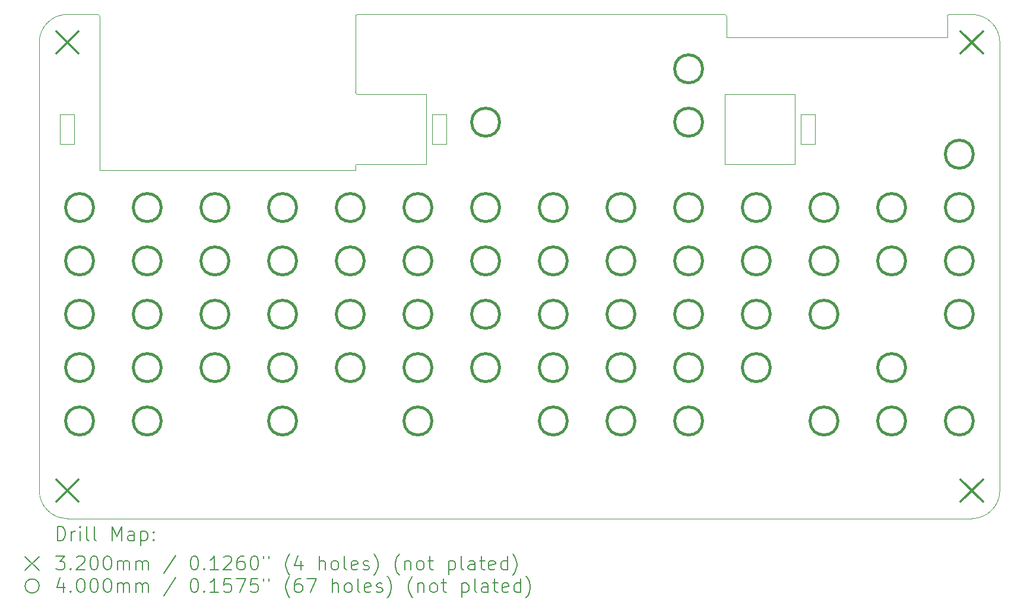
<source format=gbr>
%TF.GenerationSoftware,KiCad,Pcbnew,8.0.5*%
%TF.CreationDate,2025-01-19T00:54:15+09:00*%
%TF.ProjectId,NERD-HPC_CASE_F,4e455244-2d48-4504-935f-434153455f46,rev?*%
%TF.SameCoordinates,Original*%
%TF.FileFunction,Drillmap*%
%TF.FilePolarity,Positive*%
%FSLAX45Y45*%
G04 Gerber Fmt 4.5, Leading zero omitted, Abs format (unit mm)*
G04 Created by KiCad (PCBNEW 8.0.5) date 2025-01-19 00:54:15*
%MOMM*%
%LPD*%
G01*
G04 APERTURE LIST*
%ADD10C,0.050000*%
%ADD11C,0.200000*%
%ADD12C,0.320000*%
%ADD13C,0.400000*%
G04 APERTURE END LIST*
D10*
X16800000Y-6030000D02*
X16800000Y-6325000D01*
X11510000Y-8170000D02*
G75*
G02*
X11540000Y-8140000I30000J0D01*
G01*
X11510000Y-8170000D02*
X11510000Y-8220000D01*
X7296400Y-7430800D02*
X7496400Y-7430800D01*
X7496400Y-7850800D01*
X7296400Y-7850800D01*
X7296400Y-7430800D01*
X16800000Y-6325000D02*
X19950000Y-6325000D01*
X7000000Y-6400000D02*
X7000000Y-12800000D01*
X7400000Y-13200000D02*
X20300000Y-13200000D01*
X12605000Y-7430800D02*
X12805000Y-7430800D01*
X12805000Y-7850800D01*
X12605000Y-7850800D01*
X12605000Y-7430800D01*
X16780000Y-7140000D02*
X17777800Y-7140000D01*
X11510000Y-6030000D02*
G75*
G02*
X11540000Y-6000000I30000J0D01*
G01*
X20300000Y-6000000D02*
G75*
G02*
X20700000Y-6400000I0J-400000D01*
G01*
X19950000Y-6030000D02*
G75*
G02*
X19980000Y-6000000I30000J0D01*
G01*
X20700000Y-12800000D02*
X20700000Y-6400000D01*
X16770000Y-6000000D02*
G75*
G02*
X16800000Y-6030000I0J-30000D01*
G01*
X12520000Y-8140000D02*
X11540000Y-8140000D01*
X11540000Y-7140000D02*
X12520000Y-7140000D01*
X17777800Y-8140000D02*
X16780000Y-8140000D01*
X16770000Y-6000000D02*
X11540000Y-6000000D01*
X17862800Y-7430800D02*
X18062800Y-7430800D01*
X18062800Y-7850800D01*
X17862800Y-7850800D01*
X17862800Y-7430800D01*
X7400000Y-13200000D02*
G75*
G02*
X7000000Y-12800000I0J400000D01*
G01*
X7830000Y-6000000D02*
X7400000Y-6000000D01*
X11510000Y-6030000D02*
X11510000Y-7110000D01*
X20700000Y-12800000D02*
G75*
G02*
X20300000Y-13200000I-400000J0D01*
G01*
X16780000Y-7140000D02*
X16780000Y-8140000D01*
X7860000Y-8220000D02*
X7860000Y-6030000D01*
X19980000Y-6000000D02*
X20300000Y-6000000D01*
X11540000Y-7140000D02*
G75*
G02*
X11510000Y-7110000I0J30000D01*
G01*
X19950000Y-6325000D02*
X19950000Y-6030000D01*
X12520000Y-7140000D02*
X12520000Y-8140000D01*
X7000000Y-6400000D02*
G75*
G02*
X7400000Y-6000000I400000J0D01*
G01*
X11510000Y-8220000D02*
X7860000Y-8220000D01*
X17777800Y-7140000D02*
X17777800Y-8140000D01*
X7830000Y-6000000D02*
G75*
G02*
X7860000Y-6030000I0J-30000D01*
G01*
D11*
D12*
X7240000Y-6240000D02*
X7560000Y-6560000D01*
X7560000Y-6240000D02*
X7240000Y-6560000D01*
X7240000Y-12640000D02*
X7560000Y-12960000D01*
X7560000Y-12640000D02*
X7240000Y-12960000D01*
X20140000Y-6240000D02*
X20460000Y-6560000D01*
X20460000Y-6240000D02*
X20140000Y-6560000D01*
X20140000Y-12640000D02*
X20460000Y-12960000D01*
X20460000Y-12640000D02*
X20140000Y-12960000D01*
D13*
X7774200Y-8758400D02*
G75*
G02*
X7374200Y-8758400I-200000J0D01*
G01*
X7374200Y-8758400D02*
G75*
G02*
X7774200Y-8758400I200000J0D01*
G01*
X7774200Y-9520400D02*
G75*
G02*
X7374200Y-9520400I-200000J0D01*
G01*
X7374200Y-9520400D02*
G75*
G02*
X7774200Y-9520400I200000J0D01*
G01*
X7774200Y-10282400D02*
G75*
G02*
X7374200Y-10282400I-200000J0D01*
G01*
X7374200Y-10282400D02*
G75*
G02*
X7774200Y-10282400I200000J0D01*
G01*
X7774200Y-11044400D02*
G75*
G02*
X7374200Y-11044400I-200000J0D01*
G01*
X7374200Y-11044400D02*
G75*
G02*
X7774200Y-11044400I200000J0D01*
G01*
X7774200Y-11806400D02*
G75*
G02*
X7374200Y-11806400I-200000J0D01*
G01*
X7374200Y-11806400D02*
G75*
G02*
X7774200Y-11806400I200000J0D01*
G01*
X8739400Y-8758400D02*
G75*
G02*
X8339400Y-8758400I-200000J0D01*
G01*
X8339400Y-8758400D02*
G75*
G02*
X8739400Y-8758400I200000J0D01*
G01*
X8739400Y-9520400D02*
G75*
G02*
X8339400Y-9520400I-200000J0D01*
G01*
X8339400Y-9520400D02*
G75*
G02*
X8739400Y-9520400I200000J0D01*
G01*
X8739400Y-10282400D02*
G75*
G02*
X8339400Y-10282400I-200000J0D01*
G01*
X8339400Y-10282400D02*
G75*
G02*
X8739400Y-10282400I200000J0D01*
G01*
X8739400Y-11044400D02*
G75*
G02*
X8339400Y-11044400I-200000J0D01*
G01*
X8339400Y-11044400D02*
G75*
G02*
X8739400Y-11044400I200000J0D01*
G01*
X8739400Y-11806400D02*
G75*
G02*
X8339400Y-11806400I-200000J0D01*
G01*
X8339400Y-11806400D02*
G75*
G02*
X8739400Y-11806400I200000J0D01*
G01*
X9704600Y-8758400D02*
G75*
G02*
X9304600Y-8758400I-200000J0D01*
G01*
X9304600Y-8758400D02*
G75*
G02*
X9704600Y-8758400I200000J0D01*
G01*
X9704600Y-9520400D02*
G75*
G02*
X9304600Y-9520400I-200000J0D01*
G01*
X9304600Y-9520400D02*
G75*
G02*
X9704600Y-9520400I200000J0D01*
G01*
X9704600Y-10282400D02*
G75*
G02*
X9304600Y-10282400I-200000J0D01*
G01*
X9304600Y-10282400D02*
G75*
G02*
X9704600Y-10282400I200000J0D01*
G01*
X9704600Y-11044400D02*
G75*
G02*
X9304600Y-11044400I-200000J0D01*
G01*
X9304600Y-11044400D02*
G75*
G02*
X9704600Y-11044400I200000J0D01*
G01*
X10669800Y-8758400D02*
G75*
G02*
X10269800Y-8758400I-200000J0D01*
G01*
X10269800Y-8758400D02*
G75*
G02*
X10669800Y-8758400I200000J0D01*
G01*
X10669800Y-9520400D02*
G75*
G02*
X10269800Y-9520400I-200000J0D01*
G01*
X10269800Y-9520400D02*
G75*
G02*
X10669800Y-9520400I200000J0D01*
G01*
X10669800Y-10282400D02*
G75*
G02*
X10269800Y-10282400I-200000J0D01*
G01*
X10269800Y-10282400D02*
G75*
G02*
X10669800Y-10282400I200000J0D01*
G01*
X10669800Y-11044400D02*
G75*
G02*
X10269800Y-11044400I-200000J0D01*
G01*
X10269800Y-11044400D02*
G75*
G02*
X10669800Y-11044400I200000J0D01*
G01*
X10669800Y-11806400D02*
G75*
G02*
X10269800Y-11806400I-200000J0D01*
G01*
X10269800Y-11806400D02*
G75*
G02*
X10669800Y-11806400I200000J0D01*
G01*
X11635000Y-8758400D02*
G75*
G02*
X11235000Y-8758400I-200000J0D01*
G01*
X11235000Y-8758400D02*
G75*
G02*
X11635000Y-8758400I200000J0D01*
G01*
X11635000Y-9520400D02*
G75*
G02*
X11235000Y-9520400I-200000J0D01*
G01*
X11235000Y-9520400D02*
G75*
G02*
X11635000Y-9520400I200000J0D01*
G01*
X11635000Y-10282400D02*
G75*
G02*
X11235000Y-10282400I-200000J0D01*
G01*
X11235000Y-10282400D02*
G75*
G02*
X11635000Y-10282400I200000J0D01*
G01*
X11635000Y-11044400D02*
G75*
G02*
X11235000Y-11044400I-200000J0D01*
G01*
X11235000Y-11044400D02*
G75*
G02*
X11635000Y-11044400I200000J0D01*
G01*
X12600200Y-8758400D02*
G75*
G02*
X12200200Y-8758400I-200000J0D01*
G01*
X12200200Y-8758400D02*
G75*
G02*
X12600200Y-8758400I200000J0D01*
G01*
X12600200Y-9520400D02*
G75*
G02*
X12200200Y-9520400I-200000J0D01*
G01*
X12200200Y-9520400D02*
G75*
G02*
X12600200Y-9520400I200000J0D01*
G01*
X12600200Y-10282400D02*
G75*
G02*
X12200200Y-10282400I-200000J0D01*
G01*
X12200200Y-10282400D02*
G75*
G02*
X12600200Y-10282400I200000J0D01*
G01*
X12600200Y-11044400D02*
G75*
G02*
X12200200Y-11044400I-200000J0D01*
G01*
X12200200Y-11044400D02*
G75*
G02*
X12600200Y-11044400I200000J0D01*
G01*
X12600200Y-11806400D02*
G75*
G02*
X12200200Y-11806400I-200000J0D01*
G01*
X12200200Y-11806400D02*
G75*
G02*
X12600200Y-11806400I200000J0D01*
G01*
X13565400Y-7539200D02*
G75*
G02*
X13165400Y-7539200I-200000J0D01*
G01*
X13165400Y-7539200D02*
G75*
G02*
X13565400Y-7539200I200000J0D01*
G01*
X13565400Y-8758400D02*
G75*
G02*
X13165400Y-8758400I-200000J0D01*
G01*
X13165400Y-8758400D02*
G75*
G02*
X13565400Y-8758400I200000J0D01*
G01*
X13565400Y-9520400D02*
G75*
G02*
X13165400Y-9520400I-200000J0D01*
G01*
X13165400Y-9520400D02*
G75*
G02*
X13565400Y-9520400I200000J0D01*
G01*
X13565400Y-10282400D02*
G75*
G02*
X13165400Y-10282400I-200000J0D01*
G01*
X13165400Y-10282400D02*
G75*
G02*
X13565400Y-10282400I200000J0D01*
G01*
X13565400Y-11044400D02*
G75*
G02*
X13165400Y-11044400I-200000J0D01*
G01*
X13165400Y-11044400D02*
G75*
G02*
X13565400Y-11044400I200000J0D01*
G01*
X14530600Y-8758400D02*
G75*
G02*
X14130600Y-8758400I-200000J0D01*
G01*
X14130600Y-8758400D02*
G75*
G02*
X14530600Y-8758400I200000J0D01*
G01*
X14530600Y-9520400D02*
G75*
G02*
X14130600Y-9520400I-200000J0D01*
G01*
X14130600Y-9520400D02*
G75*
G02*
X14530600Y-9520400I200000J0D01*
G01*
X14530600Y-10282400D02*
G75*
G02*
X14130600Y-10282400I-200000J0D01*
G01*
X14130600Y-10282400D02*
G75*
G02*
X14530600Y-10282400I200000J0D01*
G01*
X14530600Y-11044400D02*
G75*
G02*
X14130600Y-11044400I-200000J0D01*
G01*
X14130600Y-11044400D02*
G75*
G02*
X14530600Y-11044400I200000J0D01*
G01*
X14530600Y-11806400D02*
G75*
G02*
X14130600Y-11806400I-200000J0D01*
G01*
X14130600Y-11806400D02*
G75*
G02*
X14530600Y-11806400I200000J0D01*
G01*
X15495800Y-8758400D02*
G75*
G02*
X15095800Y-8758400I-200000J0D01*
G01*
X15095800Y-8758400D02*
G75*
G02*
X15495800Y-8758400I200000J0D01*
G01*
X15495800Y-9520400D02*
G75*
G02*
X15095800Y-9520400I-200000J0D01*
G01*
X15095800Y-9520400D02*
G75*
G02*
X15495800Y-9520400I200000J0D01*
G01*
X15495800Y-10282400D02*
G75*
G02*
X15095800Y-10282400I-200000J0D01*
G01*
X15095800Y-10282400D02*
G75*
G02*
X15495800Y-10282400I200000J0D01*
G01*
X15495800Y-11044400D02*
G75*
G02*
X15095800Y-11044400I-200000J0D01*
G01*
X15095800Y-11044400D02*
G75*
G02*
X15495800Y-11044400I200000J0D01*
G01*
X15495800Y-11806400D02*
G75*
G02*
X15095800Y-11806400I-200000J0D01*
G01*
X15095800Y-11806400D02*
G75*
G02*
X15495800Y-11806400I200000J0D01*
G01*
X16461000Y-6777200D02*
G75*
G02*
X16061000Y-6777200I-200000J0D01*
G01*
X16061000Y-6777200D02*
G75*
G02*
X16461000Y-6777200I200000J0D01*
G01*
X16461000Y-7539200D02*
G75*
G02*
X16061000Y-7539200I-200000J0D01*
G01*
X16061000Y-7539200D02*
G75*
G02*
X16461000Y-7539200I200000J0D01*
G01*
X16461000Y-8758400D02*
G75*
G02*
X16061000Y-8758400I-200000J0D01*
G01*
X16061000Y-8758400D02*
G75*
G02*
X16461000Y-8758400I200000J0D01*
G01*
X16461000Y-9520400D02*
G75*
G02*
X16061000Y-9520400I-200000J0D01*
G01*
X16061000Y-9520400D02*
G75*
G02*
X16461000Y-9520400I200000J0D01*
G01*
X16461000Y-10282400D02*
G75*
G02*
X16061000Y-10282400I-200000J0D01*
G01*
X16061000Y-10282400D02*
G75*
G02*
X16461000Y-10282400I200000J0D01*
G01*
X16461000Y-11044400D02*
G75*
G02*
X16061000Y-11044400I-200000J0D01*
G01*
X16061000Y-11044400D02*
G75*
G02*
X16461000Y-11044400I200000J0D01*
G01*
X16461000Y-11806400D02*
G75*
G02*
X16061000Y-11806400I-200000J0D01*
G01*
X16061000Y-11806400D02*
G75*
G02*
X16461000Y-11806400I200000J0D01*
G01*
X17426200Y-8758400D02*
G75*
G02*
X17026200Y-8758400I-200000J0D01*
G01*
X17026200Y-8758400D02*
G75*
G02*
X17426200Y-8758400I200000J0D01*
G01*
X17426200Y-9520400D02*
G75*
G02*
X17026200Y-9520400I-200000J0D01*
G01*
X17026200Y-9520400D02*
G75*
G02*
X17426200Y-9520400I200000J0D01*
G01*
X17426200Y-10282400D02*
G75*
G02*
X17026200Y-10282400I-200000J0D01*
G01*
X17026200Y-10282400D02*
G75*
G02*
X17426200Y-10282400I200000J0D01*
G01*
X17426200Y-11044400D02*
G75*
G02*
X17026200Y-11044400I-200000J0D01*
G01*
X17026200Y-11044400D02*
G75*
G02*
X17426200Y-11044400I200000J0D01*
G01*
X18391400Y-8758400D02*
G75*
G02*
X17991400Y-8758400I-200000J0D01*
G01*
X17991400Y-8758400D02*
G75*
G02*
X18391400Y-8758400I200000J0D01*
G01*
X18391400Y-9520400D02*
G75*
G02*
X17991400Y-9520400I-200000J0D01*
G01*
X17991400Y-9520400D02*
G75*
G02*
X18391400Y-9520400I200000J0D01*
G01*
X18391400Y-10282400D02*
G75*
G02*
X17991400Y-10282400I-200000J0D01*
G01*
X17991400Y-10282400D02*
G75*
G02*
X18391400Y-10282400I200000J0D01*
G01*
X18391400Y-11806400D02*
G75*
G02*
X17991400Y-11806400I-200000J0D01*
G01*
X17991400Y-11806400D02*
G75*
G02*
X18391400Y-11806400I200000J0D01*
G01*
X19356600Y-8758400D02*
G75*
G02*
X18956600Y-8758400I-200000J0D01*
G01*
X18956600Y-8758400D02*
G75*
G02*
X19356600Y-8758400I200000J0D01*
G01*
X19356600Y-9520400D02*
G75*
G02*
X18956600Y-9520400I-200000J0D01*
G01*
X18956600Y-9520400D02*
G75*
G02*
X19356600Y-9520400I200000J0D01*
G01*
X19356600Y-11044400D02*
G75*
G02*
X18956600Y-11044400I-200000J0D01*
G01*
X18956600Y-11044400D02*
G75*
G02*
X19356600Y-11044400I200000J0D01*
G01*
X19356600Y-11806400D02*
G75*
G02*
X18956600Y-11806400I-200000J0D01*
G01*
X18956600Y-11806400D02*
G75*
G02*
X19356600Y-11806400I200000J0D01*
G01*
X20321800Y-7996400D02*
G75*
G02*
X19921800Y-7996400I-200000J0D01*
G01*
X19921800Y-7996400D02*
G75*
G02*
X20321800Y-7996400I200000J0D01*
G01*
X20321800Y-8758400D02*
G75*
G02*
X19921800Y-8758400I-200000J0D01*
G01*
X19921800Y-8758400D02*
G75*
G02*
X20321800Y-8758400I200000J0D01*
G01*
X20321800Y-9520400D02*
G75*
G02*
X19921800Y-9520400I-200000J0D01*
G01*
X19921800Y-9520400D02*
G75*
G02*
X20321800Y-9520400I200000J0D01*
G01*
X20321800Y-10282400D02*
G75*
G02*
X19921800Y-10282400I-200000J0D01*
G01*
X19921800Y-10282400D02*
G75*
G02*
X20321800Y-10282400I200000J0D01*
G01*
X20321800Y-11806400D02*
G75*
G02*
X19921800Y-11806400I-200000J0D01*
G01*
X19921800Y-11806400D02*
G75*
G02*
X20321800Y-11806400I200000J0D01*
G01*
D11*
X7258277Y-13513984D02*
X7258277Y-13313984D01*
X7258277Y-13313984D02*
X7305896Y-13313984D01*
X7305896Y-13313984D02*
X7334467Y-13323508D01*
X7334467Y-13323508D02*
X7353515Y-13342555D01*
X7353515Y-13342555D02*
X7363039Y-13361603D01*
X7363039Y-13361603D02*
X7372562Y-13399698D01*
X7372562Y-13399698D02*
X7372562Y-13428269D01*
X7372562Y-13428269D02*
X7363039Y-13466365D01*
X7363039Y-13466365D02*
X7353515Y-13485412D01*
X7353515Y-13485412D02*
X7334467Y-13504460D01*
X7334467Y-13504460D02*
X7305896Y-13513984D01*
X7305896Y-13513984D02*
X7258277Y-13513984D01*
X7458277Y-13513984D02*
X7458277Y-13380650D01*
X7458277Y-13418746D02*
X7467801Y-13399698D01*
X7467801Y-13399698D02*
X7477324Y-13390174D01*
X7477324Y-13390174D02*
X7496372Y-13380650D01*
X7496372Y-13380650D02*
X7515420Y-13380650D01*
X7582086Y-13513984D02*
X7582086Y-13380650D01*
X7582086Y-13313984D02*
X7572562Y-13323508D01*
X7572562Y-13323508D02*
X7582086Y-13333031D01*
X7582086Y-13333031D02*
X7591610Y-13323508D01*
X7591610Y-13323508D02*
X7582086Y-13313984D01*
X7582086Y-13313984D02*
X7582086Y-13333031D01*
X7705896Y-13513984D02*
X7686848Y-13504460D01*
X7686848Y-13504460D02*
X7677324Y-13485412D01*
X7677324Y-13485412D02*
X7677324Y-13313984D01*
X7810658Y-13513984D02*
X7791610Y-13504460D01*
X7791610Y-13504460D02*
X7782086Y-13485412D01*
X7782086Y-13485412D02*
X7782086Y-13313984D01*
X8039229Y-13513984D02*
X8039229Y-13313984D01*
X8039229Y-13313984D02*
X8105896Y-13456841D01*
X8105896Y-13456841D02*
X8172562Y-13313984D01*
X8172562Y-13313984D02*
X8172562Y-13513984D01*
X8353515Y-13513984D02*
X8353515Y-13409222D01*
X8353515Y-13409222D02*
X8343991Y-13390174D01*
X8343991Y-13390174D02*
X8324943Y-13380650D01*
X8324943Y-13380650D02*
X8286848Y-13380650D01*
X8286848Y-13380650D02*
X8267801Y-13390174D01*
X8353515Y-13504460D02*
X8334467Y-13513984D01*
X8334467Y-13513984D02*
X8286848Y-13513984D01*
X8286848Y-13513984D02*
X8267801Y-13504460D01*
X8267801Y-13504460D02*
X8258277Y-13485412D01*
X8258277Y-13485412D02*
X8258277Y-13466365D01*
X8258277Y-13466365D02*
X8267801Y-13447317D01*
X8267801Y-13447317D02*
X8286848Y-13437793D01*
X8286848Y-13437793D02*
X8334467Y-13437793D01*
X8334467Y-13437793D02*
X8353515Y-13428269D01*
X8448753Y-13380650D02*
X8448753Y-13580650D01*
X8448753Y-13390174D02*
X8467801Y-13380650D01*
X8467801Y-13380650D02*
X8505896Y-13380650D01*
X8505896Y-13380650D02*
X8524944Y-13390174D01*
X8524944Y-13390174D02*
X8534467Y-13399698D01*
X8534467Y-13399698D02*
X8543991Y-13418746D01*
X8543991Y-13418746D02*
X8543991Y-13475888D01*
X8543991Y-13475888D02*
X8534467Y-13494936D01*
X8534467Y-13494936D02*
X8524944Y-13504460D01*
X8524944Y-13504460D02*
X8505896Y-13513984D01*
X8505896Y-13513984D02*
X8467801Y-13513984D01*
X8467801Y-13513984D02*
X8448753Y-13504460D01*
X8629705Y-13494936D02*
X8639229Y-13504460D01*
X8639229Y-13504460D02*
X8629705Y-13513984D01*
X8629705Y-13513984D02*
X8620182Y-13504460D01*
X8620182Y-13504460D02*
X8629705Y-13494936D01*
X8629705Y-13494936D02*
X8629705Y-13513984D01*
X8629705Y-13390174D02*
X8639229Y-13399698D01*
X8639229Y-13399698D02*
X8629705Y-13409222D01*
X8629705Y-13409222D02*
X8620182Y-13399698D01*
X8620182Y-13399698D02*
X8629705Y-13390174D01*
X8629705Y-13390174D02*
X8629705Y-13409222D01*
X6797500Y-13742500D02*
X6997500Y-13942500D01*
X6997500Y-13742500D02*
X6797500Y-13942500D01*
X7239229Y-13733984D02*
X7363039Y-13733984D01*
X7363039Y-13733984D02*
X7296372Y-13810174D01*
X7296372Y-13810174D02*
X7324943Y-13810174D01*
X7324943Y-13810174D02*
X7343991Y-13819698D01*
X7343991Y-13819698D02*
X7353515Y-13829222D01*
X7353515Y-13829222D02*
X7363039Y-13848269D01*
X7363039Y-13848269D02*
X7363039Y-13895888D01*
X7363039Y-13895888D02*
X7353515Y-13914936D01*
X7353515Y-13914936D02*
X7343991Y-13924460D01*
X7343991Y-13924460D02*
X7324943Y-13933984D01*
X7324943Y-13933984D02*
X7267801Y-13933984D01*
X7267801Y-13933984D02*
X7248753Y-13924460D01*
X7248753Y-13924460D02*
X7239229Y-13914936D01*
X7448753Y-13914936D02*
X7458277Y-13924460D01*
X7458277Y-13924460D02*
X7448753Y-13933984D01*
X7448753Y-13933984D02*
X7439229Y-13924460D01*
X7439229Y-13924460D02*
X7448753Y-13914936D01*
X7448753Y-13914936D02*
X7448753Y-13933984D01*
X7534467Y-13753031D02*
X7543991Y-13743508D01*
X7543991Y-13743508D02*
X7563039Y-13733984D01*
X7563039Y-13733984D02*
X7610658Y-13733984D01*
X7610658Y-13733984D02*
X7629705Y-13743508D01*
X7629705Y-13743508D02*
X7639229Y-13753031D01*
X7639229Y-13753031D02*
X7648753Y-13772079D01*
X7648753Y-13772079D02*
X7648753Y-13791127D01*
X7648753Y-13791127D02*
X7639229Y-13819698D01*
X7639229Y-13819698D02*
X7524943Y-13933984D01*
X7524943Y-13933984D02*
X7648753Y-13933984D01*
X7772562Y-13733984D02*
X7791610Y-13733984D01*
X7791610Y-13733984D02*
X7810658Y-13743508D01*
X7810658Y-13743508D02*
X7820182Y-13753031D01*
X7820182Y-13753031D02*
X7829705Y-13772079D01*
X7829705Y-13772079D02*
X7839229Y-13810174D01*
X7839229Y-13810174D02*
X7839229Y-13857793D01*
X7839229Y-13857793D02*
X7829705Y-13895888D01*
X7829705Y-13895888D02*
X7820182Y-13914936D01*
X7820182Y-13914936D02*
X7810658Y-13924460D01*
X7810658Y-13924460D02*
X7791610Y-13933984D01*
X7791610Y-13933984D02*
X7772562Y-13933984D01*
X7772562Y-13933984D02*
X7753515Y-13924460D01*
X7753515Y-13924460D02*
X7743991Y-13914936D01*
X7743991Y-13914936D02*
X7734467Y-13895888D01*
X7734467Y-13895888D02*
X7724943Y-13857793D01*
X7724943Y-13857793D02*
X7724943Y-13810174D01*
X7724943Y-13810174D02*
X7734467Y-13772079D01*
X7734467Y-13772079D02*
X7743991Y-13753031D01*
X7743991Y-13753031D02*
X7753515Y-13743508D01*
X7753515Y-13743508D02*
X7772562Y-13733984D01*
X7963039Y-13733984D02*
X7982086Y-13733984D01*
X7982086Y-13733984D02*
X8001134Y-13743508D01*
X8001134Y-13743508D02*
X8010658Y-13753031D01*
X8010658Y-13753031D02*
X8020182Y-13772079D01*
X8020182Y-13772079D02*
X8029705Y-13810174D01*
X8029705Y-13810174D02*
X8029705Y-13857793D01*
X8029705Y-13857793D02*
X8020182Y-13895888D01*
X8020182Y-13895888D02*
X8010658Y-13914936D01*
X8010658Y-13914936D02*
X8001134Y-13924460D01*
X8001134Y-13924460D02*
X7982086Y-13933984D01*
X7982086Y-13933984D02*
X7963039Y-13933984D01*
X7963039Y-13933984D02*
X7943991Y-13924460D01*
X7943991Y-13924460D02*
X7934467Y-13914936D01*
X7934467Y-13914936D02*
X7924943Y-13895888D01*
X7924943Y-13895888D02*
X7915420Y-13857793D01*
X7915420Y-13857793D02*
X7915420Y-13810174D01*
X7915420Y-13810174D02*
X7924943Y-13772079D01*
X7924943Y-13772079D02*
X7934467Y-13753031D01*
X7934467Y-13753031D02*
X7943991Y-13743508D01*
X7943991Y-13743508D02*
X7963039Y-13733984D01*
X8115420Y-13933984D02*
X8115420Y-13800650D01*
X8115420Y-13819698D02*
X8124943Y-13810174D01*
X8124943Y-13810174D02*
X8143991Y-13800650D01*
X8143991Y-13800650D02*
X8172563Y-13800650D01*
X8172563Y-13800650D02*
X8191610Y-13810174D01*
X8191610Y-13810174D02*
X8201134Y-13829222D01*
X8201134Y-13829222D02*
X8201134Y-13933984D01*
X8201134Y-13829222D02*
X8210658Y-13810174D01*
X8210658Y-13810174D02*
X8229705Y-13800650D01*
X8229705Y-13800650D02*
X8258277Y-13800650D01*
X8258277Y-13800650D02*
X8277324Y-13810174D01*
X8277324Y-13810174D02*
X8286848Y-13829222D01*
X8286848Y-13829222D02*
X8286848Y-13933984D01*
X8382086Y-13933984D02*
X8382086Y-13800650D01*
X8382086Y-13819698D02*
X8391610Y-13810174D01*
X8391610Y-13810174D02*
X8410658Y-13800650D01*
X8410658Y-13800650D02*
X8439229Y-13800650D01*
X8439229Y-13800650D02*
X8458277Y-13810174D01*
X8458277Y-13810174D02*
X8467801Y-13829222D01*
X8467801Y-13829222D02*
X8467801Y-13933984D01*
X8467801Y-13829222D02*
X8477325Y-13810174D01*
X8477325Y-13810174D02*
X8496372Y-13800650D01*
X8496372Y-13800650D02*
X8524944Y-13800650D01*
X8524944Y-13800650D02*
X8543991Y-13810174D01*
X8543991Y-13810174D02*
X8553515Y-13829222D01*
X8553515Y-13829222D02*
X8553515Y-13933984D01*
X8943991Y-13724460D02*
X8772563Y-13981603D01*
X9201134Y-13733984D02*
X9220182Y-13733984D01*
X9220182Y-13733984D02*
X9239229Y-13743508D01*
X9239229Y-13743508D02*
X9248753Y-13753031D01*
X9248753Y-13753031D02*
X9258277Y-13772079D01*
X9258277Y-13772079D02*
X9267801Y-13810174D01*
X9267801Y-13810174D02*
X9267801Y-13857793D01*
X9267801Y-13857793D02*
X9258277Y-13895888D01*
X9258277Y-13895888D02*
X9248753Y-13914936D01*
X9248753Y-13914936D02*
X9239229Y-13924460D01*
X9239229Y-13924460D02*
X9220182Y-13933984D01*
X9220182Y-13933984D02*
X9201134Y-13933984D01*
X9201134Y-13933984D02*
X9182087Y-13924460D01*
X9182087Y-13924460D02*
X9172563Y-13914936D01*
X9172563Y-13914936D02*
X9163039Y-13895888D01*
X9163039Y-13895888D02*
X9153515Y-13857793D01*
X9153515Y-13857793D02*
X9153515Y-13810174D01*
X9153515Y-13810174D02*
X9163039Y-13772079D01*
X9163039Y-13772079D02*
X9172563Y-13753031D01*
X9172563Y-13753031D02*
X9182087Y-13743508D01*
X9182087Y-13743508D02*
X9201134Y-13733984D01*
X9353515Y-13914936D02*
X9363039Y-13924460D01*
X9363039Y-13924460D02*
X9353515Y-13933984D01*
X9353515Y-13933984D02*
X9343991Y-13924460D01*
X9343991Y-13924460D02*
X9353515Y-13914936D01*
X9353515Y-13914936D02*
X9353515Y-13933984D01*
X9553515Y-13933984D02*
X9439229Y-13933984D01*
X9496372Y-13933984D02*
X9496372Y-13733984D01*
X9496372Y-13733984D02*
X9477325Y-13762555D01*
X9477325Y-13762555D02*
X9458277Y-13781603D01*
X9458277Y-13781603D02*
X9439229Y-13791127D01*
X9629706Y-13753031D02*
X9639229Y-13743508D01*
X9639229Y-13743508D02*
X9658277Y-13733984D01*
X9658277Y-13733984D02*
X9705896Y-13733984D01*
X9705896Y-13733984D02*
X9724944Y-13743508D01*
X9724944Y-13743508D02*
X9734468Y-13753031D01*
X9734468Y-13753031D02*
X9743991Y-13772079D01*
X9743991Y-13772079D02*
X9743991Y-13791127D01*
X9743991Y-13791127D02*
X9734468Y-13819698D01*
X9734468Y-13819698D02*
X9620182Y-13933984D01*
X9620182Y-13933984D02*
X9743991Y-13933984D01*
X9915420Y-13733984D02*
X9877325Y-13733984D01*
X9877325Y-13733984D02*
X9858277Y-13743508D01*
X9858277Y-13743508D02*
X9848753Y-13753031D01*
X9848753Y-13753031D02*
X9829706Y-13781603D01*
X9829706Y-13781603D02*
X9820182Y-13819698D01*
X9820182Y-13819698D02*
X9820182Y-13895888D01*
X9820182Y-13895888D02*
X9829706Y-13914936D01*
X9829706Y-13914936D02*
X9839229Y-13924460D01*
X9839229Y-13924460D02*
X9858277Y-13933984D01*
X9858277Y-13933984D02*
X9896372Y-13933984D01*
X9896372Y-13933984D02*
X9915420Y-13924460D01*
X9915420Y-13924460D02*
X9924944Y-13914936D01*
X9924944Y-13914936D02*
X9934468Y-13895888D01*
X9934468Y-13895888D02*
X9934468Y-13848269D01*
X9934468Y-13848269D02*
X9924944Y-13829222D01*
X9924944Y-13829222D02*
X9915420Y-13819698D01*
X9915420Y-13819698D02*
X9896372Y-13810174D01*
X9896372Y-13810174D02*
X9858277Y-13810174D01*
X9858277Y-13810174D02*
X9839229Y-13819698D01*
X9839229Y-13819698D02*
X9829706Y-13829222D01*
X9829706Y-13829222D02*
X9820182Y-13848269D01*
X10058277Y-13733984D02*
X10077325Y-13733984D01*
X10077325Y-13733984D02*
X10096372Y-13743508D01*
X10096372Y-13743508D02*
X10105896Y-13753031D01*
X10105896Y-13753031D02*
X10115420Y-13772079D01*
X10115420Y-13772079D02*
X10124944Y-13810174D01*
X10124944Y-13810174D02*
X10124944Y-13857793D01*
X10124944Y-13857793D02*
X10115420Y-13895888D01*
X10115420Y-13895888D02*
X10105896Y-13914936D01*
X10105896Y-13914936D02*
X10096372Y-13924460D01*
X10096372Y-13924460D02*
X10077325Y-13933984D01*
X10077325Y-13933984D02*
X10058277Y-13933984D01*
X10058277Y-13933984D02*
X10039229Y-13924460D01*
X10039229Y-13924460D02*
X10029706Y-13914936D01*
X10029706Y-13914936D02*
X10020182Y-13895888D01*
X10020182Y-13895888D02*
X10010658Y-13857793D01*
X10010658Y-13857793D02*
X10010658Y-13810174D01*
X10010658Y-13810174D02*
X10020182Y-13772079D01*
X10020182Y-13772079D02*
X10029706Y-13753031D01*
X10029706Y-13753031D02*
X10039229Y-13743508D01*
X10039229Y-13743508D02*
X10058277Y-13733984D01*
X10201134Y-13733984D02*
X10201134Y-13772079D01*
X10277325Y-13733984D02*
X10277325Y-13772079D01*
X10572563Y-14010174D02*
X10563039Y-14000650D01*
X10563039Y-14000650D02*
X10543991Y-13972079D01*
X10543991Y-13972079D02*
X10534468Y-13953031D01*
X10534468Y-13953031D02*
X10524944Y-13924460D01*
X10524944Y-13924460D02*
X10515420Y-13876841D01*
X10515420Y-13876841D02*
X10515420Y-13838746D01*
X10515420Y-13838746D02*
X10524944Y-13791127D01*
X10524944Y-13791127D02*
X10534468Y-13762555D01*
X10534468Y-13762555D02*
X10543991Y-13743508D01*
X10543991Y-13743508D02*
X10563039Y-13714936D01*
X10563039Y-13714936D02*
X10572563Y-13705412D01*
X10734468Y-13800650D02*
X10734468Y-13933984D01*
X10686849Y-13724460D02*
X10639230Y-13867317D01*
X10639230Y-13867317D02*
X10763039Y-13867317D01*
X10991611Y-13933984D02*
X10991611Y-13733984D01*
X11077325Y-13933984D02*
X11077325Y-13829222D01*
X11077325Y-13829222D02*
X11067801Y-13810174D01*
X11067801Y-13810174D02*
X11048753Y-13800650D01*
X11048753Y-13800650D02*
X11020182Y-13800650D01*
X11020182Y-13800650D02*
X11001134Y-13810174D01*
X11001134Y-13810174D02*
X10991611Y-13819698D01*
X11201134Y-13933984D02*
X11182087Y-13924460D01*
X11182087Y-13924460D02*
X11172563Y-13914936D01*
X11172563Y-13914936D02*
X11163039Y-13895888D01*
X11163039Y-13895888D02*
X11163039Y-13838746D01*
X11163039Y-13838746D02*
X11172563Y-13819698D01*
X11172563Y-13819698D02*
X11182087Y-13810174D01*
X11182087Y-13810174D02*
X11201134Y-13800650D01*
X11201134Y-13800650D02*
X11229706Y-13800650D01*
X11229706Y-13800650D02*
X11248753Y-13810174D01*
X11248753Y-13810174D02*
X11258277Y-13819698D01*
X11258277Y-13819698D02*
X11267801Y-13838746D01*
X11267801Y-13838746D02*
X11267801Y-13895888D01*
X11267801Y-13895888D02*
X11258277Y-13914936D01*
X11258277Y-13914936D02*
X11248753Y-13924460D01*
X11248753Y-13924460D02*
X11229706Y-13933984D01*
X11229706Y-13933984D02*
X11201134Y-13933984D01*
X11382087Y-13933984D02*
X11363039Y-13924460D01*
X11363039Y-13924460D02*
X11353515Y-13905412D01*
X11353515Y-13905412D02*
X11353515Y-13733984D01*
X11534468Y-13924460D02*
X11515420Y-13933984D01*
X11515420Y-13933984D02*
X11477325Y-13933984D01*
X11477325Y-13933984D02*
X11458277Y-13924460D01*
X11458277Y-13924460D02*
X11448753Y-13905412D01*
X11448753Y-13905412D02*
X11448753Y-13829222D01*
X11448753Y-13829222D02*
X11458277Y-13810174D01*
X11458277Y-13810174D02*
X11477325Y-13800650D01*
X11477325Y-13800650D02*
X11515420Y-13800650D01*
X11515420Y-13800650D02*
X11534468Y-13810174D01*
X11534468Y-13810174D02*
X11543991Y-13829222D01*
X11543991Y-13829222D02*
X11543991Y-13848269D01*
X11543991Y-13848269D02*
X11448753Y-13867317D01*
X11620182Y-13924460D02*
X11639230Y-13933984D01*
X11639230Y-13933984D02*
X11677325Y-13933984D01*
X11677325Y-13933984D02*
X11696372Y-13924460D01*
X11696372Y-13924460D02*
X11705896Y-13905412D01*
X11705896Y-13905412D02*
X11705896Y-13895888D01*
X11705896Y-13895888D02*
X11696372Y-13876841D01*
X11696372Y-13876841D02*
X11677325Y-13867317D01*
X11677325Y-13867317D02*
X11648753Y-13867317D01*
X11648753Y-13867317D02*
X11629706Y-13857793D01*
X11629706Y-13857793D02*
X11620182Y-13838746D01*
X11620182Y-13838746D02*
X11620182Y-13829222D01*
X11620182Y-13829222D02*
X11629706Y-13810174D01*
X11629706Y-13810174D02*
X11648753Y-13800650D01*
X11648753Y-13800650D02*
X11677325Y-13800650D01*
X11677325Y-13800650D02*
X11696372Y-13810174D01*
X11772563Y-14010174D02*
X11782087Y-14000650D01*
X11782087Y-14000650D02*
X11801134Y-13972079D01*
X11801134Y-13972079D02*
X11810658Y-13953031D01*
X11810658Y-13953031D02*
X11820182Y-13924460D01*
X11820182Y-13924460D02*
X11829706Y-13876841D01*
X11829706Y-13876841D02*
X11829706Y-13838746D01*
X11829706Y-13838746D02*
X11820182Y-13791127D01*
X11820182Y-13791127D02*
X11810658Y-13762555D01*
X11810658Y-13762555D02*
X11801134Y-13743508D01*
X11801134Y-13743508D02*
X11782087Y-13714936D01*
X11782087Y-13714936D02*
X11772563Y-13705412D01*
X12134468Y-14010174D02*
X12124944Y-14000650D01*
X12124944Y-14000650D02*
X12105896Y-13972079D01*
X12105896Y-13972079D02*
X12096372Y-13953031D01*
X12096372Y-13953031D02*
X12086849Y-13924460D01*
X12086849Y-13924460D02*
X12077325Y-13876841D01*
X12077325Y-13876841D02*
X12077325Y-13838746D01*
X12077325Y-13838746D02*
X12086849Y-13791127D01*
X12086849Y-13791127D02*
X12096372Y-13762555D01*
X12096372Y-13762555D02*
X12105896Y-13743508D01*
X12105896Y-13743508D02*
X12124944Y-13714936D01*
X12124944Y-13714936D02*
X12134468Y-13705412D01*
X12210658Y-13800650D02*
X12210658Y-13933984D01*
X12210658Y-13819698D02*
X12220182Y-13810174D01*
X12220182Y-13810174D02*
X12239230Y-13800650D01*
X12239230Y-13800650D02*
X12267801Y-13800650D01*
X12267801Y-13800650D02*
X12286849Y-13810174D01*
X12286849Y-13810174D02*
X12296372Y-13829222D01*
X12296372Y-13829222D02*
X12296372Y-13933984D01*
X12420182Y-13933984D02*
X12401134Y-13924460D01*
X12401134Y-13924460D02*
X12391611Y-13914936D01*
X12391611Y-13914936D02*
X12382087Y-13895888D01*
X12382087Y-13895888D02*
X12382087Y-13838746D01*
X12382087Y-13838746D02*
X12391611Y-13819698D01*
X12391611Y-13819698D02*
X12401134Y-13810174D01*
X12401134Y-13810174D02*
X12420182Y-13800650D01*
X12420182Y-13800650D02*
X12448753Y-13800650D01*
X12448753Y-13800650D02*
X12467801Y-13810174D01*
X12467801Y-13810174D02*
X12477325Y-13819698D01*
X12477325Y-13819698D02*
X12486849Y-13838746D01*
X12486849Y-13838746D02*
X12486849Y-13895888D01*
X12486849Y-13895888D02*
X12477325Y-13914936D01*
X12477325Y-13914936D02*
X12467801Y-13924460D01*
X12467801Y-13924460D02*
X12448753Y-13933984D01*
X12448753Y-13933984D02*
X12420182Y-13933984D01*
X12543992Y-13800650D02*
X12620182Y-13800650D01*
X12572563Y-13733984D02*
X12572563Y-13905412D01*
X12572563Y-13905412D02*
X12582087Y-13924460D01*
X12582087Y-13924460D02*
X12601134Y-13933984D01*
X12601134Y-13933984D02*
X12620182Y-13933984D01*
X12839230Y-13800650D02*
X12839230Y-14000650D01*
X12839230Y-13810174D02*
X12858277Y-13800650D01*
X12858277Y-13800650D02*
X12896373Y-13800650D01*
X12896373Y-13800650D02*
X12915420Y-13810174D01*
X12915420Y-13810174D02*
X12924944Y-13819698D01*
X12924944Y-13819698D02*
X12934468Y-13838746D01*
X12934468Y-13838746D02*
X12934468Y-13895888D01*
X12934468Y-13895888D02*
X12924944Y-13914936D01*
X12924944Y-13914936D02*
X12915420Y-13924460D01*
X12915420Y-13924460D02*
X12896373Y-13933984D01*
X12896373Y-13933984D02*
X12858277Y-13933984D01*
X12858277Y-13933984D02*
X12839230Y-13924460D01*
X13048753Y-13933984D02*
X13029706Y-13924460D01*
X13029706Y-13924460D02*
X13020182Y-13905412D01*
X13020182Y-13905412D02*
X13020182Y-13733984D01*
X13210658Y-13933984D02*
X13210658Y-13829222D01*
X13210658Y-13829222D02*
X13201134Y-13810174D01*
X13201134Y-13810174D02*
X13182087Y-13800650D01*
X13182087Y-13800650D02*
X13143992Y-13800650D01*
X13143992Y-13800650D02*
X13124944Y-13810174D01*
X13210658Y-13924460D02*
X13191611Y-13933984D01*
X13191611Y-13933984D02*
X13143992Y-13933984D01*
X13143992Y-13933984D02*
X13124944Y-13924460D01*
X13124944Y-13924460D02*
X13115420Y-13905412D01*
X13115420Y-13905412D02*
X13115420Y-13886365D01*
X13115420Y-13886365D02*
X13124944Y-13867317D01*
X13124944Y-13867317D02*
X13143992Y-13857793D01*
X13143992Y-13857793D02*
X13191611Y-13857793D01*
X13191611Y-13857793D02*
X13210658Y-13848269D01*
X13277325Y-13800650D02*
X13353515Y-13800650D01*
X13305896Y-13733984D02*
X13305896Y-13905412D01*
X13305896Y-13905412D02*
X13315420Y-13924460D01*
X13315420Y-13924460D02*
X13334468Y-13933984D01*
X13334468Y-13933984D02*
X13353515Y-13933984D01*
X13496373Y-13924460D02*
X13477325Y-13933984D01*
X13477325Y-13933984D02*
X13439230Y-13933984D01*
X13439230Y-13933984D02*
X13420182Y-13924460D01*
X13420182Y-13924460D02*
X13410658Y-13905412D01*
X13410658Y-13905412D02*
X13410658Y-13829222D01*
X13410658Y-13829222D02*
X13420182Y-13810174D01*
X13420182Y-13810174D02*
X13439230Y-13800650D01*
X13439230Y-13800650D02*
X13477325Y-13800650D01*
X13477325Y-13800650D02*
X13496373Y-13810174D01*
X13496373Y-13810174D02*
X13505896Y-13829222D01*
X13505896Y-13829222D02*
X13505896Y-13848269D01*
X13505896Y-13848269D02*
X13410658Y-13867317D01*
X13677325Y-13933984D02*
X13677325Y-13733984D01*
X13677325Y-13924460D02*
X13658277Y-13933984D01*
X13658277Y-13933984D02*
X13620182Y-13933984D01*
X13620182Y-13933984D02*
X13601134Y-13924460D01*
X13601134Y-13924460D02*
X13591611Y-13914936D01*
X13591611Y-13914936D02*
X13582087Y-13895888D01*
X13582087Y-13895888D02*
X13582087Y-13838746D01*
X13582087Y-13838746D02*
X13591611Y-13819698D01*
X13591611Y-13819698D02*
X13601134Y-13810174D01*
X13601134Y-13810174D02*
X13620182Y-13800650D01*
X13620182Y-13800650D02*
X13658277Y-13800650D01*
X13658277Y-13800650D02*
X13677325Y-13810174D01*
X13753515Y-14010174D02*
X13763039Y-14000650D01*
X13763039Y-14000650D02*
X13782087Y-13972079D01*
X13782087Y-13972079D02*
X13791611Y-13953031D01*
X13791611Y-13953031D02*
X13801134Y-13924460D01*
X13801134Y-13924460D02*
X13810658Y-13876841D01*
X13810658Y-13876841D02*
X13810658Y-13838746D01*
X13810658Y-13838746D02*
X13801134Y-13791127D01*
X13801134Y-13791127D02*
X13791611Y-13762555D01*
X13791611Y-13762555D02*
X13782087Y-13743508D01*
X13782087Y-13743508D02*
X13763039Y-13714936D01*
X13763039Y-13714936D02*
X13753515Y-13705412D01*
X6997500Y-14162500D02*
G75*
G02*
X6797500Y-14162500I-100000J0D01*
G01*
X6797500Y-14162500D02*
G75*
G02*
X6997500Y-14162500I100000J0D01*
G01*
X7343991Y-14120650D02*
X7343991Y-14253984D01*
X7296372Y-14044460D02*
X7248753Y-14187317D01*
X7248753Y-14187317D02*
X7372562Y-14187317D01*
X7448753Y-14234936D02*
X7458277Y-14244460D01*
X7458277Y-14244460D02*
X7448753Y-14253984D01*
X7448753Y-14253984D02*
X7439229Y-14244460D01*
X7439229Y-14244460D02*
X7448753Y-14234936D01*
X7448753Y-14234936D02*
X7448753Y-14253984D01*
X7582086Y-14053984D02*
X7601134Y-14053984D01*
X7601134Y-14053984D02*
X7620182Y-14063508D01*
X7620182Y-14063508D02*
X7629705Y-14073031D01*
X7629705Y-14073031D02*
X7639229Y-14092079D01*
X7639229Y-14092079D02*
X7648753Y-14130174D01*
X7648753Y-14130174D02*
X7648753Y-14177793D01*
X7648753Y-14177793D02*
X7639229Y-14215888D01*
X7639229Y-14215888D02*
X7629705Y-14234936D01*
X7629705Y-14234936D02*
X7620182Y-14244460D01*
X7620182Y-14244460D02*
X7601134Y-14253984D01*
X7601134Y-14253984D02*
X7582086Y-14253984D01*
X7582086Y-14253984D02*
X7563039Y-14244460D01*
X7563039Y-14244460D02*
X7553515Y-14234936D01*
X7553515Y-14234936D02*
X7543991Y-14215888D01*
X7543991Y-14215888D02*
X7534467Y-14177793D01*
X7534467Y-14177793D02*
X7534467Y-14130174D01*
X7534467Y-14130174D02*
X7543991Y-14092079D01*
X7543991Y-14092079D02*
X7553515Y-14073031D01*
X7553515Y-14073031D02*
X7563039Y-14063508D01*
X7563039Y-14063508D02*
X7582086Y-14053984D01*
X7772562Y-14053984D02*
X7791610Y-14053984D01*
X7791610Y-14053984D02*
X7810658Y-14063508D01*
X7810658Y-14063508D02*
X7820182Y-14073031D01*
X7820182Y-14073031D02*
X7829705Y-14092079D01*
X7829705Y-14092079D02*
X7839229Y-14130174D01*
X7839229Y-14130174D02*
X7839229Y-14177793D01*
X7839229Y-14177793D02*
X7829705Y-14215888D01*
X7829705Y-14215888D02*
X7820182Y-14234936D01*
X7820182Y-14234936D02*
X7810658Y-14244460D01*
X7810658Y-14244460D02*
X7791610Y-14253984D01*
X7791610Y-14253984D02*
X7772562Y-14253984D01*
X7772562Y-14253984D02*
X7753515Y-14244460D01*
X7753515Y-14244460D02*
X7743991Y-14234936D01*
X7743991Y-14234936D02*
X7734467Y-14215888D01*
X7734467Y-14215888D02*
X7724943Y-14177793D01*
X7724943Y-14177793D02*
X7724943Y-14130174D01*
X7724943Y-14130174D02*
X7734467Y-14092079D01*
X7734467Y-14092079D02*
X7743991Y-14073031D01*
X7743991Y-14073031D02*
X7753515Y-14063508D01*
X7753515Y-14063508D02*
X7772562Y-14053984D01*
X7963039Y-14053984D02*
X7982086Y-14053984D01*
X7982086Y-14053984D02*
X8001134Y-14063508D01*
X8001134Y-14063508D02*
X8010658Y-14073031D01*
X8010658Y-14073031D02*
X8020182Y-14092079D01*
X8020182Y-14092079D02*
X8029705Y-14130174D01*
X8029705Y-14130174D02*
X8029705Y-14177793D01*
X8029705Y-14177793D02*
X8020182Y-14215888D01*
X8020182Y-14215888D02*
X8010658Y-14234936D01*
X8010658Y-14234936D02*
X8001134Y-14244460D01*
X8001134Y-14244460D02*
X7982086Y-14253984D01*
X7982086Y-14253984D02*
X7963039Y-14253984D01*
X7963039Y-14253984D02*
X7943991Y-14244460D01*
X7943991Y-14244460D02*
X7934467Y-14234936D01*
X7934467Y-14234936D02*
X7924943Y-14215888D01*
X7924943Y-14215888D02*
X7915420Y-14177793D01*
X7915420Y-14177793D02*
X7915420Y-14130174D01*
X7915420Y-14130174D02*
X7924943Y-14092079D01*
X7924943Y-14092079D02*
X7934467Y-14073031D01*
X7934467Y-14073031D02*
X7943991Y-14063508D01*
X7943991Y-14063508D02*
X7963039Y-14053984D01*
X8115420Y-14253984D02*
X8115420Y-14120650D01*
X8115420Y-14139698D02*
X8124943Y-14130174D01*
X8124943Y-14130174D02*
X8143991Y-14120650D01*
X8143991Y-14120650D02*
X8172563Y-14120650D01*
X8172563Y-14120650D02*
X8191610Y-14130174D01*
X8191610Y-14130174D02*
X8201134Y-14149222D01*
X8201134Y-14149222D02*
X8201134Y-14253984D01*
X8201134Y-14149222D02*
X8210658Y-14130174D01*
X8210658Y-14130174D02*
X8229705Y-14120650D01*
X8229705Y-14120650D02*
X8258277Y-14120650D01*
X8258277Y-14120650D02*
X8277324Y-14130174D01*
X8277324Y-14130174D02*
X8286848Y-14149222D01*
X8286848Y-14149222D02*
X8286848Y-14253984D01*
X8382086Y-14253984D02*
X8382086Y-14120650D01*
X8382086Y-14139698D02*
X8391610Y-14130174D01*
X8391610Y-14130174D02*
X8410658Y-14120650D01*
X8410658Y-14120650D02*
X8439229Y-14120650D01*
X8439229Y-14120650D02*
X8458277Y-14130174D01*
X8458277Y-14130174D02*
X8467801Y-14149222D01*
X8467801Y-14149222D02*
X8467801Y-14253984D01*
X8467801Y-14149222D02*
X8477325Y-14130174D01*
X8477325Y-14130174D02*
X8496372Y-14120650D01*
X8496372Y-14120650D02*
X8524944Y-14120650D01*
X8524944Y-14120650D02*
X8543991Y-14130174D01*
X8543991Y-14130174D02*
X8553515Y-14149222D01*
X8553515Y-14149222D02*
X8553515Y-14253984D01*
X8943991Y-14044460D02*
X8772563Y-14301603D01*
X9201134Y-14053984D02*
X9220182Y-14053984D01*
X9220182Y-14053984D02*
X9239229Y-14063508D01*
X9239229Y-14063508D02*
X9248753Y-14073031D01*
X9248753Y-14073031D02*
X9258277Y-14092079D01*
X9258277Y-14092079D02*
X9267801Y-14130174D01*
X9267801Y-14130174D02*
X9267801Y-14177793D01*
X9267801Y-14177793D02*
X9258277Y-14215888D01*
X9258277Y-14215888D02*
X9248753Y-14234936D01*
X9248753Y-14234936D02*
X9239229Y-14244460D01*
X9239229Y-14244460D02*
X9220182Y-14253984D01*
X9220182Y-14253984D02*
X9201134Y-14253984D01*
X9201134Y-14253984D02*
X9182087Y-14244460D01*
X9182087Y-14244460D02*
X9172563Y-14234936D01*
X9172563Y-14234936D02*
X9163039Y-14215888D01*
X9163039Y-14215888D02*
X9153515Y-14177793D01*
X9153515Y-14177793D02*
X9153515Y-14130174D01*
X9153515Y-14130174D02*
X9163039Y-14092079D01*
X9163039Y-14092079D02*
X9172563Y-14073031D01*
X9172563Y-14073031D02*
X9182087Y-14063508D01*
X9182087Y-14063508D02*
X9201134Y-14053984D01*
X9353515Y-14234936D02*
X9363039Y-14244460D01*
X9363039Y-14244460D02*
X9353515Y-14253984D01*
X9353515Y-14253984D02*
X9343991Y-14244460D01*
X9343991Y-14244460D02*
X9353515Y-14234936D01*
X9353515Y-14234936D02*
X9353515Y-14253984D01*
X9553515Y-14253984D02*
X9439229Y-14253984D01*
X9496372Y-14253984D02*
X9496372Y-14053984D01*
X9496372Y-14053984D02*
X9477325Y-14082555D01*
X9477325Y-14082555D02*
X9458277Y-14101603D01*
X9458277Y-14101603D02*
X9439229Y-14111127D01*
X9734468Y-14053984D02*
X9639229Y-14053984D01*
X9639229Y-14053984D02*
X9629706Y-14149222D01*
X9629706Y-14149222D02*
X9639229Y-14139698D01*
X9639229Y-14139698D02*
X9658277Y-14130174D01*
X9658277Y-14130174D02*
X9705896Y-14130174D01*
X9705896Y-14130174D02*
X9724944Y-14139698D01*
X9724944Y-14139698D02*
X9734468Y-14149222D01*
X9734468Y-14149222D02*
X9743991Y-14168269D01*
X9743991Y-14168269D02*
X9743991Y-14215888D01*
X9743991Y-14215888D02*
X9734468Y-14234936D01*
X9734468Y-14234936D02*
X9724944Y-14244460D01*
X9724944Y-14244460D02*
X9705896Y-14253984D01*
X9705896Y-14253984D02*
X9658277Y-14253984D01*
X9658277Y-14253984D02*
X9639229Y-14244460D01*
X9639229Y-14244460D02*
X9629706Y-14234936D01*
X9810658Y-14053984D02*
X9943991Y-14053984D01*
X9943991Y-14053984D02*
X9858277Y-14253984D01*
X10115420Y-14053984D02*
X10020182Y-14053984D01*
X10020182Y-14053984D02*
X10010658Y-14149222D01*
X10010658Y-14149222D02*
X10020182Y-14139698D01*
X10020182Y-14139698D02*
X10039229Y-14130174D01*
X10039229Y-14130174D02*
X10086849Y-14130174D01*
X10086849Y-14130174D02*
X10105896Y-14139698D01*
X10105896Y-14139698D02*
X10115420Y-14149222D01*
X10115420Y-14149222D02*
X10124944Y-14168269D01*
X10124944Y-14168269D02*
X10124944Y-14215888D01*
X10124944Y-14215888D02*
X10115420Y-14234936D01*
X10115420Y-14234936D02*
X10105896Y-14244460D01*
X10105896Y-14244460D02*
X10086849Y-14253984D01*
X10086849Y-14253984D02*
X10039229Y-14253984D01*
X10039229Y-14253984D02*
X10020182Y-14244460D01*
X10020182Y-14244460D02*
X10010658Y-14234936D01*
X10201134Y-14053984D02*
X10201134Y-14092079D01*
X10277325Y-14053984D02*
X10277325Y-14092079D01*
X10572563Y-14330174D02*
X10563039Y-14320650D01*
X10563039Y-14320650D02*
X10543991Y-14292079D01*
X10543991Y-14292079D02*
X10534468Y-14273031D01*
X10534468Y-14273031D02*
X10524944Y-14244460D01*
X10524944Y-14244460D02*
X10515420Y-14196841D01*
X10515420Y-14196841D02*
X10515420Y-14158746D01*
X10515420Y-14158746D02*
X10524944Y-14111127D01*
X10524944Y-14111127D02*
X10534468Y-14082555D01*
X10534468Y-14082555D02*
X10543991Y-14063508D01*
X10543991Y-14063508D02*
X10563039Y-14034936D01*
X10563039Y-14034936D02*
X10572563Y-14025412D01*
X10734468Y-14053984D02*
X10696372Y-14053984D01*
X10696372Y-14053984D02*
X10677325Y-14063508D01*
X10677325Y-14063508D02*
X10667801Y-14073031D01*
X10667801Y-14073031D02*
X10648753Y-14101603D01*
X10648753Y-14101603D02*
X10639230Y-14139698D01*
X10639230Y-14139698D02*
X10639230Y-14215888D01*
X10639230Y-14215888D02*
X10648753Y-14234936D01*
X10648753Y-14234936D02*
X10658277Y-14244460D01*
X10658277Y-14244460D02*
X10677325Y-14253984D01*
X10677325Y-14253984D02*
X10715420Y-14253984D01*
X10715420Y-14253984D02*
X10734468Y-14244460D01*
X10734468Y-14244460D02*
X10743991Y-14234936D01*
X10743991Y-14234936D02*
X10753515Y-14215888D01*
X10753515Y-14215888D02*
X10753515Y-14168269D01*
X10753515Y-14168269D02*
X10743991Y-14149222D01*
X10743991Y-14149222D02*
X10734468Y-14139698D01*
X10734468Y-14139698D02*
X10715420Y-14130174D01*
X10715420Y-14130174D02*
X10677325Y-14130174D01*
X10677325Y-14130174D02*
X10658277Y-14139698D01*
X10658277Y-14139698D02*
X10648753Y-14149222D01*
X10648753Y-14149222D02*
X10639230Y-14168269D01*
X10820182Y-14053984D02*
X10953515Y-14053984D01*
X10953515Y-14053984D02*
X10867801Y-14253984D01*
X11182087Y-14253984D02*
X11182087Y-14053984D01*
X11267801Y-14253984D02*
X11267801Y-14149222D01*
X11267801Y-14149222D02*
X11258277Y-14130174D01*
X11258277Y-14130174D02*
X11239230Y-14120650D01*
X11239230Y-14120650D02*
X11210658Y-14120650D01*
X11210658Y-14120650D02*
X11191610Y-14130174D01*
X11191610Y-14130174D02*
X11182087Y-14139698D01*
X11391610Y-14253984D02*
X11372563Y-14244460D01*
X11372563Y-14244460D02*
X11363039Y-14234936D01*
X11363039Y-14234936D02*
X11353515Y-14215888D01*
X11353515Y-14215888D02*
X11353515Y-14158746D01*
X11353515Y-14158746D02*
X11363039Y-14139698D01*
X11363039Y-14139698D02*
X11372563Y-14130174D01*
X11372563Y-14130174D02*
X11391610Y-14120650D01*
X11391610Y-14120650D02*
X11420182Y-14120650D01*
X11420182Y-14120650D02*
X11439230Y-14130174D01*
X11439230Y-14130174D02*
X11448753Y-14139698D01*
X11448753Y-14139698D02*
X11458277Y-14158746D01*
X11458277Y-14158746D02*
X11458277Y-14215888D01*
X11458277Y-14215888D02*
X11448753Y-14234936D01*
X11448753Y-14234936D02*
X11439230Y-14244460D01*
X11439230Y-14244460D02*
X11420182Y-14253984D01*
X11420182Y-14253984D02*
X11391610Y-14253984D01*
X11572563Y-14253984D02*
X11553515Y-14244460D01*
X11553515Y-14244460D02*
X11543991Y-14225412D01*
X11543991Y-14225412D02*
X11543991Y-14053984D01*
X11724944Y-14244460D02*
X11705896Y-14253984D01*
X11705896Y-14253984D02*
X11667801Y-14253984D01*
X11667801Y-14253984D02*
X11648753Y-14244460D01*
X11648753Y-14244460D02*
X11639230Y-14225412D01*
X11639230Y-14225412D02*
X11639230Y-14149222D01*
X11639230Y-14149222D02*
X11648753Y-14130174D01*
X11648753Y-14130174D02*
X11667801Y-14120650D01*
X11667801Y-14120650D02*
X11705896Y-14120650D01*
X11705896Y-14120650D02*
X11724944Y-14130174D01*
X11724944Y-14130174D02*
X11734468Y-14149222D01*
X11734468Y-14149222D02*
X11734468Y-14168269D01*
X11734468Y-14168269D02*
X11639230Y-14187317D01*
X11810658Y-14244460D02*
X11829706Y-14253984D01*
X11829706Y-14253984D02*
X11867801Y-14253984D01*
X11867801Y-14253984D02*
X11886849Y-14244460D01*
X11886849Y-14244460D02*
X11896372Y-14225412D01*
X11896372Y-14225412D02*
X11896372Y-14215888D01*
X11896372Y-14215888D02*
X11886849Y-14196841D01*
X11886849Y-14196841D02*
X11867801Y-14187317D01*
X11867801Y-14187317D02*
X11839230Y-14187317D01*
X11839230Y-14187317D02*
X11820182Y-14177793D01*
X11820182Y-14177793D02*
X11810658Y-14158746D01*
X11810658Y-14158746D02*
X11810658Y-14149222D01*
X11810658Y-14149222D02*
X11820182Y-14130174D01*
X11820182Y-14130174D02*
X11839230Y-14120650D01*
X11839230Y-14120650D02*
X11867801Y-14120650D01*
X11867801Y-14120650D02*
X11886849Y-14130174D01*
X11963039Y-14330174D02*
X11972563Y-14320650D01*
X11972563Y-14320650D02*
X11991611Y-14292079D01*
X11991611Y-14292079D02*
X12001134Y-14273031D01*
X12001134Y-14273031D02*
X12010658Y-14244460D01*
X12010658Y-14244460D02*
X12020182Y-14196841D01*
X12020182Y-14196841D02*
X12020182Y-14158746D01*
X12020182Y-14158746D02*
X12010658Y-14111127D01*
X12010658Y-14111127D02*
X12001134Y-14082555D01*
X12001134Y-14082555D02*
X11991611Y-14063508D01*
X11991611Y-14063508D02*
X11972563Y-14034936D01*
X11972563Y-14034936D02*
X11963039Y-14025412D01*
X12324944Y-14330174D02*
X12315420Y-14320650D01*
X12315420Y-14320650D02*
X12296372Y-14292079D01*
X12296372Y-14292079D02*
X12286849Y-14273031D01*
X12286849Y-14273031D02*
X12277325Y-14244460D01*
X12277325Y-14244460D02*
X12267801Y-14196841D01*
X12267801Y-14196841D02*
X12267801Y-14158746D01*
X12267801Y-14158746D02*
X12277325Y-14111127D01*
X12277325Y-14111127D02*
X12286849Y-14082555D01*
X12286849Y-14082555D02*
X12296372Y-14063508D01*
X12296372Y-14063508D02*
X12315420Y-14034936D01*
X12315420Y-14034936D02*
X12324944Y-14025412D01*
X12401134Y-14120650D02*
X12401134Y-14253984D01*
X12401134Y-14139698D02*
X12410658Y-14130174D01*
X12410658Y-14130174D02*
X12429706Y-14120650D01*
X12429706Y-14120650D02*
X12458277Y-14120650D01*
X12458277Y-14120650D02*
X12477325Y-14130174D01*
X12477325Y-14130174D02*
X12486849Y-14149222D01*
X12486849Y-14149222D02*
X12486849Y-14253984D01*
X12610658Y-14253984D02*
X12591611Y-14244460D01*
X12591611Y-14244460D02*
X12582087Y-14234936D01*
X12582087Y-14234936D02*
X12572563Y-14215888D01*
X12572563Y-14215888D02*
X12572563Y-14158746D01*
X12572563Y-14158746D02*
X12582087Y-14139698D01*
X12582087Y-14139698D02*
X12591611Y-14130174D01*
X12591611Y-14130174D02*
X12610658Y-14120650D01*
X12610658Y-14120650D02*
X12639230Y-14120650D01*
X12639230Y-14120650D02*
X12658277Y-14130174D01*
X12658277Y-14130174D02*
X12667801Y-14139698D01*
X12667801Y-14139698D02*
X12677325Y-14158746D01*
X12677325Y-14158746D02*
X12677325Y-14215888D01*
X12677325Y-14215888D02*
X12667801Y-14234936D01*
X12667801Y-14234936D02*
X12658277Y-14244460D01*
X12658277Y-14244460D02*
X12639230Y-14253984D01*
X12639230Y-14253984D02*
X12610658Y-14253984D01*
X12734468Y-14120650D02*
X12810658Y-14120650D01*
X12763039Y-14053984D02*
X12763039Y-14225412D01*
X12763039Y-14225412D02*
X12772563Y-14244460D01*
X12772563Y-14244460D02*
X12791611Y-14253984D01*
X12791611Y-14253984D02*
X12810658Y-14253984D01*
X13029706Y-14120650D02*
X13029706Y-14320650D01*
X13029706Y-14130174D02*
X13048753Y-14120650D01*
X13048753Y-14120650D02*
X13086849Y-14120650D01*
X13086849Y-14120650D02*
X13105896Y-14130174D01*
X13105896Y-14130174D02*
X13115420Y-14139698D01*
X13115420Y-14139698D02*
X13124944Y-14158746D01*
X13124944Y-14158746D02*
X13124944Y-14215888D01*
X13124944Y-14215888D02*
X13115420Y-14234936D01*
X13115420Y-14234936D02*
X13105896Y-14244460D01*
X13105896Y-14244460D02*
X13086849Y-14253984D01*
X13086849Y-14253984D02*
X13048753Y-14253984D01*
X13048753Y-14253984D02*
X13029706Y-14244460D01*
X13239230Y-14253984D02*
X13220182Y-14244460D01*
X13220182Y-14244460D02*
X13210658Y-14225412D01*
X13210658Y-14225412D02*
X13210658Y-14053984D01*
X13401134Y-14253984D02*
X13401134Y-14149222D01*
X13401134Y-14149222D02*
X13391611Y-14130174D01*
X13391611Y-14130174D02*
X13372563Y-14120650D01*
X13372563Y-14120650D02*
X13334468Y-14120650D01*
X13334468Y-14120650D02*
X13315420Y-14130174D01*
X13401134Y-14244460D02*
X13382087Y-14253984D01*
X13382087Y-14253984D02*
X13334468Y-14253984D01*
X13334468Y-14253984D02*
X13315420Y-14244460D01*
X13315420Y-14244460D02*
X13305896Y-14225412D01*
X13305896Y-14225412D02*
X13305896Y-14206365D01*
X13305896Y-14206365D02*
X13315420Y-14187317D01*
X13315420Y-14187317D02*
X13334468Y-14177793D01*
X13334468Y-14177793D02*
X13382087Y-14177793D01*
X13382087Y-14177793D02*
X13401134Y-14168269D01*
X13467801Y-14120650D02*
X13543992Y-14120650D01*
X13496373Y-14053984D02*
X13496373Y-14225412D01*
X13496373Y-14225412D02*
X13505896Y-14244460D01*
X13505896Y-14244460D02*
X13524944Y-14253984D01*
X13524944Y-14253984D02*
X13543992Y-14253984D01*
X13686849Y-14244460D02*
X13667801Y-14253984D01*
X13667801Y-14253984D02*
X13629706Y-14253984D01*
X13629706Y-14253984D02*
X13610658Y-14244460D01*
X13610658Y-14244460D02*
X13601134Y-14225412D01*
X13601134Y-14225412D02*
X13601134Y-14149222D01*
X13601134Y-14149222D02*
X13610658Y-14130174D01*
X13610658Y-14130174D02*
X13629706Y-14120650D01*
X13629706Y-14120650D02*
X13667801Y-14120650D01*
X13667801Y-14120650D02*
X13686849Y-14130174D01*
X13686849Y-14130174D02*
X13696373Y-14149222D01*
X13696373Y-14149222D02*
X13696373Y-14168269D01*
X13696373Y-14168269D02*
X13601134Y-14187317D01*
X13867801Y-14253984D02*
X13867801Y-14053984D01*
X13867801Y-14244460D02*
X13848754Y-14253984D01*
X13848754Y-14253984D02*
X13810658Y-14253984D01*
X13810658Y-14253984D02*
X13791611Y-14244460D01*
X13791611Y-14244460D02*
X13782087Y-14234936D01*
X13782087Y-14234936D02*
X13772563Y-14215888D01*
X13772563Y-14215888D02*
X13772563Y-14158746D01*
X13772563Y-14158746D02*
X13782087Y-14139698D01*
X13782087Y-14139698D02*
X13791611Y-14130174D01*
X13791611Y-14130174D02*
X13810658Y-14120650D01*
X13810658Y-14120650D02*
X13848754Y-14120650D01*
X13848754Y-14120650D02*
X13867801Y-14130174D01*
X13943992Y-14330174D02*
X13953515Y-14320650D01*
X13953515Y-14320650D02*
X13972563Y-14292079D01*
X13972563Y-14292079D02*
X13982087Y-14273031D01*
X13982087Y-14273031D02*
X13991611Y-14244460D01*
X13991611Y-14244460D02*
X14001134Y-14196841D01*
X14001134Y-14196841D02*
X14001134Y-14158746D01*
X14001134Y-14158746D02*
X13991611Y-14111127D01*
X13991611Y-14111127D02*
X13982087Y-14082555D01*
X13982087Y-14082555D02*
X13972563Y-14063508D01*
X13972563Y-14063508D02*
X13953515Y-14034936D01*
X13953515Y-14034936D02*
X13943992Y-14025412D01*
M02*

</source>
